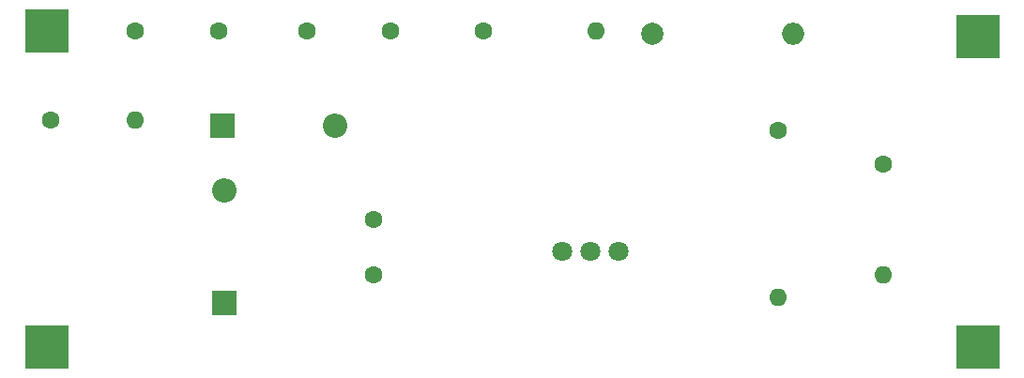
<source format=gbr>
%TF.GenerationSoftware,KiCad,Pcbnew,8.0.3*%
%TF.CreationDate,2024-10-19T22:35:31-05:00*%
%TF.ProjectId,G1 RGB Mod Board,47312052-4742-4204-9d6f-6420426f6172,rev?*%
%TF.SameCoordinates,Original*%
%TF.FileFunction,Soldermask,Top*%
%TF.FilePolarity,Negative*%
%FSLAX46Y46*%
G04 Gerber Fmt 4.6, Leading zero omitted, Abs format (unit mm)*
G04 Created by KiCad (PCBNEW 8.0.3) date 2024-10-19 22:35:31*
%MOMM*%
%LPD*%
G01*
G04 APERTURE LIST*
%ADD10R,2.200000X2.200000*%
%ADD11O,2.200000X2.200000*%
%ADD12R,4.000000X4.000000*%
%ADD13C,1.600000*%
%ADD14O,1.600000X1.600000*%
%ADD15C,2.000000*%
%ADD16O,2.000000X2.000000*%
%ADD17C,1.800000*%
G04 APERTURE END LIST*
D10*
%TO.C,D1*%
X32840000Y-25500000D03*
D11*
X43000000Y-25500000D03*
%TD*%
D10*
%TO.C,D2*%
X33000000Y-41500000D03*
D11*
X33000000Y-31340000D03*
%TD*%
D12*
%TO.C,Neck GND*%
X101000000Y-45500000D03*
%TD*%
%TO.C,G1*%
X101000000Y-17500000D03*
%TD*%
%TO.C,Chassis GND*%
X17000000Y-45500000D03*
%TD*%
%TO.C,FBT 150-250Vpp*%
X17000000Y-17000000D03*
%TD*%
D13*
%TO.C,10kR*%
X56388000Y-17000000D03*
D14*
X66548000Y-17000000D03*
%TD*%
D13*
%TO.C,100R*%
X17380000Y-25000000D03*
D14*
X25000000Y-25000000D03*
%TD*%
D15*
%TO.C,100uH*%
X71628000Y-17272000D03*
D16*
X84328000Y-17272000D03*
%TD*%
D13*
%TO.C,1nF*%
X40500000Y-17000000D03*
X48000000Y-17000000D03*
%TD*%
%TO.C,100nF*%
X25000000Y-17000000D03*
X32500000Y-17000000D03*
%TD*%
%TO.C,100nF*%
X92500000Y-29000000D03*
D14*
X92500000Y-39000000D03*
%TD*%
D13*
%TO.C,1uF*%
X83000000Y-26000000D03*
D14*
X83000000Y-41000000D03*
%TD*%
D13*
%TO.C,22uF*%
X46500000Y-39000000D03*
X46500000Y-34000000D03*
%TD*%
D17*
%TO.C,100kR*%
X63475000Y-36925000D03*
X66015000Y-36925000D03*
X68555000Y-36925000D03*
%TD*%
M02*

</source>
